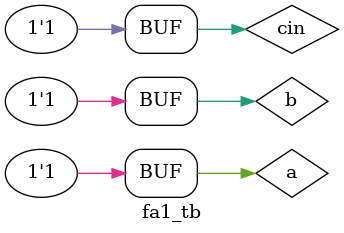
<source format=v>
module fa1_tb;
reg  a,b,cin;
wire sum,cout;

full_adder1 fa1( a,b,cin, sum,cout);


initial begin
$monitor("%d a=%b, b=%b, cin=%b, sum=%b, cout=%b", $time,a,b,cin,sum,cout );

a=0;
b=0;
cin=0;

#100 a=1'b0;b=1'b0;cin=1'b0;
#100 a=1'b0;b=1'b1;cin=1'b0;
#100 a=1'b1;b=1'b0;cin=1'b0;
#100 a=1'b1;b=1'b1;cin=1'b0;

#100 a=1'b0;b=1'b0;cin=1'b1;
#100 a=1'b0;b=1'b1;cin=1'b1;
#100 a=1'b1;b=1'b0;cin=1'b1;
#100 a=1'b1;b=1'b1;cin=1'b1;

end



endmodule

</source>
